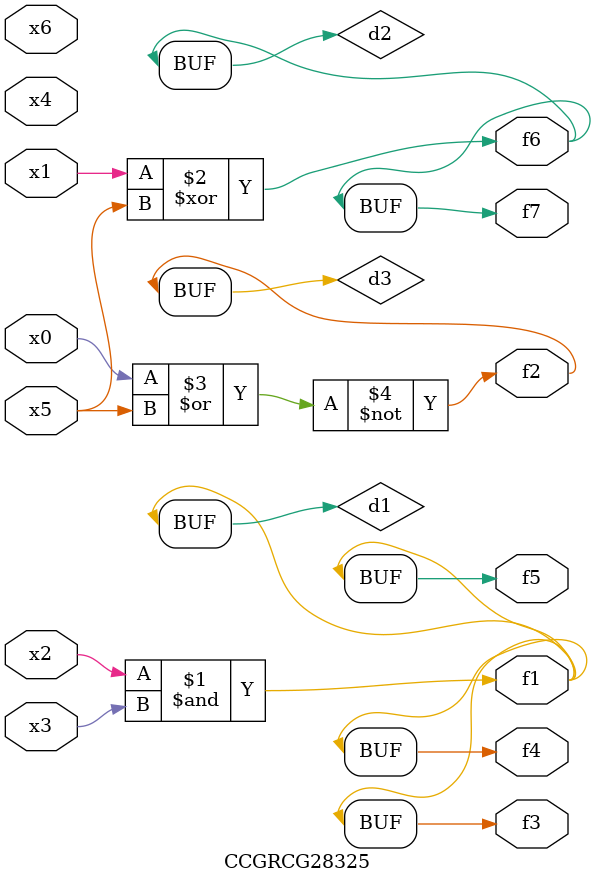
<source format=v>
module CCGRCG28325(
	input x0, x1, x2, x3, x4, x5, x6,
	output f1, f2, f3, f4, f5, f6, f7
);

	wire d1, d2, d3;

	and (d1, x2, x3);
	xor (d2, x1, x5);
	nor (d3, x0, x5);
	assign f1 = d1;
	assign f2 = d3;
	assign f3 = d1;
	assign f4 = d1;
	assign f5 = d1;
	assign f6 = d2;
	assign f7 = d2;
endmodule

</source>
